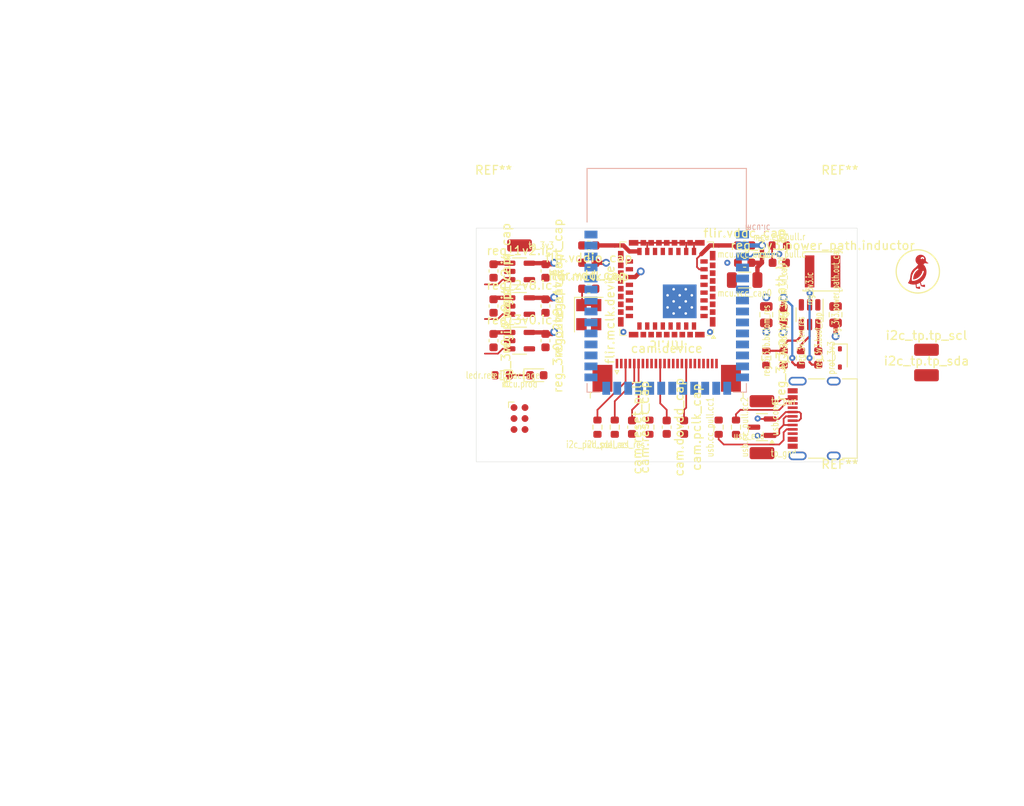
<source format=kicad_pcb>
(kicad_pcb (version 20240108) (generator "pcbnew") (generator_version "8.0")
  (layers (0 "F.Cu" signal "Front") (1 "In1.Cu" signal) (2 "In2.Cu" signal) (31 "B.Cu" signal "Back") (34 "B.Paste" user) (35 "F.Paste" user) (36 "B.SilkS" user "B.Silkscreen") (37 "F.SilkS" user "F.Silkscreen") (38 "B.Mask" user) (39 "F.Mask" user) (44 "Edge.Cuts" user))
  (net 0 "")
  (net 1 "Tgnd")
  (net 2 "Ti2c_chain_0.scl")
  (net 3 "Ti2c_chain_0.sda")
  (net 4 "Tpwr")
  (net 5 "Tv3v3")
  (net 6 "Tv3v0")
  (net 7 "Itouch_0")
  (net 8 "Tv1v2")
  (net 9 "Tflir.spi.sck")
  (net 10 "Tv2v8")
  (net 11 "Tflir.spi.mosi")
  (net 12 "Tflir.vsync")
  (net 13 "Tflir.reset")
  (net 14 "Tflir.cs")
  (net 15 "Tflir.spi.miso")
  (net 16 "Tflir.mclk.out")
  (net 17 "Tusb.conn.cc.cc1")
  (net 18 "Tusb.conn.cc.cc2")
  (net 19 "Treg_3v3.fb.output")
  (net 20 "Treg_3v3.en_res.b")
  (net 21 "Tmcu.program_en_node")
  (net 22 "Tledr.res.a")
  (net 23 "Tcam.device.reset")
  (net 24 "Tledr.signal")
  (net 25 "Tcam.dvp8.y2")
  (net 26 "Tcam.dvp8.y7")
  (net 27 "Tcam.dvp8.y3")
  (net 28 "Tcam.dvp8.xclk")
  (net 29 "Tmcu.program_boot_node")
  (net 30 "Tcam.dvp8.y5")
  (net 31 "Tcam.dvp8.pclk")
  (net 32 "Tcam.dvp8.y0")
  (net 33 "Tcam.dvp8.vsync")
  (net 34 "Tmcu.program_uart_node.a_tx")
  (net 35 "Tusb_chain_0.d_N")
  (net 36 "Tcam.dvp8.y6")
  (net 37 "Tcam.dvp8.y1")
  (net 38 "Tusb_chain_0.d_P")
  (net 39 "Tcam.dvp8.y4")
  (net 40 "Tmcu.program_uart_node.b_tx")
  (net 41 "Tcam.dvp8.href")
  (net 42 "Treg_3v3.boot_cap.neg")
  (net 43 "Treg_3v3.boot_cap.pos")
  (net 44 "Tcam.device.y.0")
  (net 45 "Tcam.device.y.1")
  (footprint "Capacitor_SMD:C_0603_1608Metric" (layer "F.Cu") (at 130 97.95 -90)
    (property "Reference" "reg_1v2.in_cap")
    (property "Value" "50V 1uF X5R ±10% 0603 Multilayer Ceramic Capacitors MLCC - SMD/SMT ROHS")
  )
  (footprint "Resistor_SMD:R_0603_1608Metric" (layer "F.Cu") (at 165.5 108 90)
    (property "Reference" "reg_3v3.en_res")
    (property "Value" "±1% 1/10W Thick Film Resistors 75V ±100ppm/? -55?~+155? 510k? 0603 Chip Resistor - Surface Mount ROHS")
  )
  (footprint "edg:JlcToolingHole_1.152mm" (layer "F.Cu") (at 129 119)
    (property "Reference" "jlc_th.th2" (hide yes))
    (property "Value" "")
  )
  (footprint "Capacitor_SMD:C_0603_1608Metric" (layer "F.Cu") (at 159 95)
    (property "Reference" "flir.vddc_cap")
    (property "Value" "50V 100nF X7R ±10% 0603 Multilayer Ceramic Capacitors MLCC - SMD/SMT ROHS")
  )
  (footprint "MountingHole:MountingHole_2.7mm_M2.5" (layer "F.Cu") (at 130 90)
    (property "Reference" "REF**")
    (property "Value" "MountingHole_2.7mm_M2.5")
  )
  (footprint "Package_TO_SOT_SMD:SOT-23" (layer "F.Cu") (at 161 116 180)
    (property "Reference" "usb_esd")
    (property "Value" "PESD5V0X1BT")
  )
  (footprint "Capacitor_SMD:C_0603_1608Metric" (layer "F.Cu") (at 141 97 180)
    (property "Reference" "flir.vdd_cap")
    (property "Value" "50V 100nF X7R ±10% 0603 Multilayer Ceramic Capacitors MLCC - SMD/SMT ROHS")
  )
  (footprint "Connector_USB:USB_C_Receptacle_XKB_U262-16XN-4BVC11" (layer "F.Cu") (at 168.215 115 90)
    (property "Reference" "usb.conn")
    (property "Value" "COM-15111")
  )
  (footprint "Resistor_SMD:R_0603_1608Metric" (layer "F.Cu") (at 156 116 -90)
    (property "Reference" "usb.cc_pull.cc1")
    (property "Value" "±1% 1/10W Thick Film Resistors 75V ±100ppm/? -55?~+155? 5.1k? 0603 Chip Resistor - Surface Mount ROHS")
  )
  (footprint "Crystal:Crystal_SMD_3225-4Pin_3.2x2.5mm" (layer "F.Cu") (at 141 103 -90)
    (property "Reference" "flir.mclk.device")
    (property "Value" "±15ppm 1.8V~3.3V 25MHz -40?~+85? SMD-3225_4P Pre-programmed Oscillators ROHS")
  )
  (footprint "Package_TO_SOT_SMD:SOT-23-5" (layer "F.Cu") (at 133 102)
    (property "Reference" "reg_2v8.ic")
    (property "Value" "TLV75728PDBVR")
  )
  (footprint "Resistor_SMD:R_0603_1608Metric" (layer "F.Cu") (at 163.5 108 90)
    (property "Reference" "reg_3v3.fb.top_res")
    (property "Value" "±1% 1/10W Thick Film Resistors 75V ±100ppm/? -55?~+155? 6.8k? 0603 Chip Resistor - Surface Mount ROHS")
  )
  (footprint "Capacitor_SMD:C_0603_1608Metric" (layer "F.Cu") (at 136 97.95 -90)
    (property "Reference" "reg_1v2.out_cap")
    (property "Value" "50V 1uF X5R ±10% 0603 Multilayer Ceramic Capacitors MLCC - SMD/SMT ROHS")
  )
  (footprint "Resistor_SMD:R_0603_1608Metric" (layer "F.Cu") (at 142 116 90)
    (property "Reference" "i2c_pull.sda_res")
    (property "Value" "±1% 1/10W Thick Film Resistors 75V ±100ppm/? -55?~+155? 4.7k? 0603 Chip Resistor - Surface Mount ROHS")
  )
  (footprint "Diode_SMD:D_SOD-323" (layer "F.Cu") (at 170 108 -90)
    (property "Reference" "prot_3v3")
    (property "Value" "5?A@1V 90? Single 3.53V~3.67V 200mW 3.6V SOD-323 Zener Diodes ROHS")
  )
  (footprint "MountingHole:MountingHole_2.7mm_M2.5" (layer "F.Cu") (at 170 124)
    (property "Reference" "REF**")
    (property "Value" "MountingHole_2.7mm_M2.5")
  )
  (footprint "edg:TestPoint_TE_RCT_0805" (layer "F.Cu") (at 161 119)
    (property "Reference" "tp_gnd")
    (property "Value" "gnd")
  )
  (footprint "Capacitor_SMD:C_0603_1608Metric" (layer "F.Cu") (at 150 116 -90)
    (property "Reference" "cam.dovdd_cap")
    (property "Value" "50V 100nF X7R ±10% 0603 Multilayer Ceramic Capacitors MLCC - SMD/SMT ROHS")
  )
  (footprint "Package_TO_SOT_SMD:SOT-23-6" (layer "F.Cu") (at 166.5 103 -90)
    (property "Reference" "reg_3v3.ic")
    (property "Value" "TPS54202H")
  )
  (footprint "edg:JlcToolingHole_1.152mm" (layer "F.Cu") (at 129 94)
    (property "Reference" "jlc_th.th1" (hide yes))
    (property "Value" "")
  )
  (footprint "Package_TO_SOT_SMD:SOT-23-5" (layer "F.Cu") (at 133 106)
    (property "Reference" "reg_3v0.ic")
    (property "Value" "TLV75729PDBVR")
  )
  (footprint "Package_TO_SOT_SMD:SOT-23-5" (layer "F.Cu") (at 133 98)
    (property "Reference" "reg_1v2.ic")
    (property "Value" "TLV75712PDBVR")
  )
  (footprint "edg:JlcToolingHole_1.152mm" (layer "F.Cu") (at 171 94)
    (property "Reference" "jlc_th.th3" (hide yes))
    (property "Value" "")
  )
  (footprint "Resistor_SMD:R_0603_1608Metric" (layer "F.Cu") (at 131 110 180)
    (property "Reference" "ledr.res")
    (property "Value" "±1% 1/10W Thick Film Resistors 75V ±100ppm/? -55?~+155? 1k? 0603 Chip Resistor - Surface Mount ROHS")
  )
  (footprint "Resistor_SMD:R_0603_1608Metric" (layer "F.Cu") (at 148 116 90)
    (property "Reference" "cam.reset_pull")
    (property "Value" "±1% 1/10W Thick Film Resistors 75V ±100ppm/? -55?~+155? 10k? 0603 Chip Resistor - Surface Mount ROHS")
  )
  (footprint "edg:TestPoint_TE_RCT_0805" (layer "F.Cu") (at 161 113 180)
    (property "Reference" "tp_pwr")
    (property "Value" "pwr")
  )
  (footprint "LED_SMD:LED_0603_1608Metric" (layer "F.Cu") (at 135 110)
    (property "Reference" "ledr.package")
    (property "Value" "Red 615~630nm 1.9~2.2V 0603 Light Emitting Diodes (LED) RoHS")
  )
  (footprint "Capacitor_SMD:C_0603_1608Metric" (layer "F.Cu") (at 136 106 -90)
    (property "Reference" "reg_3v0.out_cap")
    (property "Value" "50V 1uF X5R ±10% 0603 Multilayer Ceramic Capacitors MLCC - SMD/SMT ROHS")
  )
  (footprint "edg:TestPoint_TE_RCT_0805" (layer "F.Cu") (at 180 110)
    (property "Reference" "i2c_tp.tp_sda")
    (property "Value" "i2c_chain_0.sda")
  )
  (footprint "edg:Symbol_DucklingSolid" (layer "F.Cu") (at 179 98)
    (property "Reference" "svg2mod" (hide yes))
    (property "Value" "G***" (hide yes))
  )
  (footprint "Resistor_SMD:R_0603_1608Metric" (layer "F.Cu") (at 161.5 108 -90)
    (property "Reference" "reg_3v3.fb.bottom_res")
    (property "Value" "±1% 1/10W Thick Film Resistors 75V ±100ppm/? -55?~+155? 1.5k? 0603 Chip Resistor - Surface Mount ROHS")
  )
  (footprint "Capacitor_SMD:C_0603_1608Metric" (layer "F.Cu") (at 163 97)
    (property "Reference" "mcu.en_pull.c")
    (property "Value" "50V 1uF X5R ±10% 0603 Multilayer Ceramic Capacitors MLCC - SMD/SMT ROHS")
  )
  (footprint "Capacitor_SMD:C_0603_1608Metric" (layer "F.Cu") (at 146 116 -90)
    (property "Reference" "cam.reset_cap")
    (property "Value" "50V 100nF X7R ±10% 0603 Multilayer Ceramic Capacitors MLCC - SMD/SMT ROHS")
  )
  (footprint "Connector_FFC-FPC:TE_2-1734839-4_1x24-1MP_P0.5mm_Horizontal" (layer "F.Cu") (at 150 110)
    (property "Reference" "cam.device")
    (property "Value" "AFC07-S24ECA-00")
  )
  (footprint "Capacitor_SMD:C_0805_2012Metric" (layer "F.Cu") (at 161.5 103 -90)
    (property "Reference" "reg_3v3.power_path.in_cap")
    (property "Value" "X5R 25V ±10% 10uF 0805 Multilayer Ceramic Capacitors MLCC - SMD/SMT ROHS")
  )
  (footprint "Capacitor_SMD:C_1206_3216Metric" (layer "F.Cu") (at 159 99 180)
    (property "Reference" "mcu.vcc_cap0")
    (property "Value" "10V 22uF X5R ±10% 1206 Multilayer Ceramic Capacitors MLCC - SMD/SMT ROHS")
  )
  (footprint "Capacitor_SMD:C_0805_2012Metric" (layer "F.Cu") (at 169.5 103 -90)
    (property "Reference" "reg_3v3.power_path.out_cap")
    (property "Value" "X5R 25V ±10% 10uF 0805 Multilayer Ceramic Capacitors MLCC - SMD/SMT ROHS")
  )
  (footprint "Capacitor_SMD:C_0603_1608Metric" (layer "F.Cu") (at 130 102 -90)
    (property "Reference" "reg_2v8.in_cap")
    (property "Value" "50V 1uF X5R ±10% 0603 Multilayer Ceramic Capacitors MLCC - SMD/SMT ROHS")
  )
  (footprint "Capacitor_SMD:C_0603_1608Metric" (layer "F.Cu") (at 130 106 -90)
    (property "Reference" "reg_3v0.in_cap")
    (property "Value" "50V 1uF X5R ±10% 0603 Multilayer Ceramic Capacitors MLCC - SMD/SMT ROHS")
  )
  (footprint "Capacitor_SMD:C_0603_1608Metric" (layer "F.Cu") (at 141 95 180)
    (property "Reference" "flir.vddio_cap")
    (property "Value" "50V 100nF X7R ±10% 0603 Multilayer Ceramic Capacitors MLCC - SMD/SMT ROHS")
  )
  (footprint "Connector:Tag-Connect_TC2030-IDC-FP_2x03_P1.27mm_Vertical" (layer "F.Cu") (at 133 115 -90)
    (property "Reference" "mcu.prog")
    (property "Value" "")
  )
  (footprint "MountingHole:MountingHole_2.7mm_M2.5" (layer "F.Cu") (at 170 90)
    (property "Reference" "REF**")
    (property "Value" "MountingHole_2.7mm_M2.5")
  )
  (footprint "Inductor_SMD:L_Sunlord_SWPA4030S" (layer "F.Cu") (at 168 98)
    (property "Reference" "reg_3v3.power_path.inductor")
    (property "Value" "1.5A 10uH ±20% 130m? SMD Power Inductors ROHS")
  )
  (footprint "Resistor_SMD:R_0603_1608Metric" (layer "F.Cu") (at 163 95 180)
    (property "Reference" "mcu.en_pull.r")
    (property "Value" "±1% 1/10W Thick Film Resistors 75V ±100ppm/? -55?~+155? 10k? 0603 Chip Resistor - Surface Mount ROHS")
  )
  (footprint "Capacitor_SMD:C_0603_1608Metric" (layer "F.Cu") (at 141 100)
    (property "Reference" "flir.mclk.cap")
    (property "Value" "50V 100nF X7R ±10% 0603 Multilayer Ceramic Capacitors MLCC - SMD/SMT ROHS")
  )
  (footprint "edg:TestPoint_TE_RCT_0805" (layer "F.Cu") (at 133 95 180)
    (property "Reference" "tp_3v3")
    (property "Value" "v3v3")
  )
  (footprint "Capacitor_SMD:C_0603_1608Metric" (layer "F.Cu") (at 152 116 -90)
    (property "Reference" "cam.pclk_cap")
    (property "Value" "50V 15pF C0G ±5% 0603 Multilayer Ceramic Capacitors MLCC - SMD/SMT ROHS")
  )
  (footprint "Capacitor_SMD:C_0603_1608Metric" (layer "F.Cu") (at 163.5 103 -90)
    (property "Reference" "reg_3v3.hf_in_cap")
    (property "Value" "50V 100nF X7R ±10% 0603 Multilayer Ceramic Capacitors MLCC - SMD/SMT ROHS")
  )
  (footprint "Capacitor_SMD:C_0603_1608Metric" (layer "F.Cu") (at 159 97 180)
    (property "Reference" "mcu.vcc_cap1")
    (property "Value" "50V 100nF X7R ±10% 0603 Multilayer Ceramic Capacitors MLCC - SMD/SMT ROHS")
  )
  (footprint "Resistor_SMD:R_0603_1608Metric" (layer "F.Cu") (at 144 116 90)
    (property "Reference" "i2c_pull.scl_res")
    (property "Value" "±1% 1/10W Thick Film Resistors 75V ±100ppm/? -55?~+155? 4.7k? 0603 Chip Resistor - Surface Mount ROHS")
  )
  (footprint "Capacitor_SMD:C_0603_1608Metric" (layer "F.Cu") (at 136 102 -90)
    (property "Reference" "reg_2v8.out_cap")
    (property "Value" "50V 1uF X5R ±10% 0603 Multilayer Ceramic Capacitors MLCC - SMD/SMT ROHS")
  )
  (footprint "Capacitor_SMD:C_0603_1608Metric" (layer "F.Cu") (at 167.5 108 -90)
    (property "Reference" "reg_3v3.boot_cap")
    (property "Value" "50V 100nF X7R ±10% 0603 Multilayer Ceramic Capacitors MLCC - SMD/SMT ROHS")
  )
  (footprint "edg:Molex_1050281001" (layer "F.Cu") (at 150 100 180)
    (property "Reference" "flir.ic")
    (property "Value" "1050281001")
  )
  (footprint "Resistor_SMD:R_0603_1608Metric" (layer "F.Cu") (at 158 116 90)
    (property "Reference" "usb.cc_pull.cc2")
    (property "Value" "±1% 1/10W Thick Film Resistors 75V ±100ppm/? -55?~+155? 5.1k? 0603 Chip Resistor - Surface Mount ROHS")
  )
  (footprint "edg:TestPoint_TE_RCT_0805" (layer "F.Cu") (at 180 107.05)
    (property "Reference" "i2c_tp.tp_scl")
    (property "Value" "i2c_chain_0.scl")
  )
  (footprint "RF_Module:ESP32-S3-WROOM-1" (layer "B.Cu") (at 150 99 180)
    (property "Reference" "mcu.ic")
    (property "Value" "ESP32-S3-WROOM-1-N16R8")
  )
  (gr_rect (start 128 93) (end 172 120) (stroke (width 0.0381)) (fill none) (layer "Edge.Cuts"))
  (segment (start 147.75 95.69) (end 147.75 94.695) (width 0.2) (layer "F.Cu") (net 1))
  (segment (start 152.25 94.695) (end 153.25 94.695) (width 0.2) (layer "F.Cu") (net 1))
  (segment (start 152.25 95.69) (end 152.25 94.695) (width 0.2) (layer "F.Cu") (net 1))
  (segment (start 163.5 103.775) (end 163.5 105) (width 0.5) (layer "F.Cu") (net 1))
  (segment (start 146.175 94.695) (end 147.75 94.695) (width 0.2) (layer "F.Cu") (net 1))
  (segment (start 153.15 94.795) (end 153.25 94.695) (width 0.2) (layer "F.Cu") (net 1))
  (segment (start 161.5 105) (end 161.5 104.475) (width 0.5) (layer "F.Cu") (net 1))
  (segment (start 153.15 95.69) (end 153.15 94.795) (width 0.2) (layer "F.Cu") (net 1))
  (segment (start 153.25 94.695) (end 153.825 94.695) (width 0.2) (layer "F.Cu") (net 1))
  (segment (start 169.5 103.95) (end 169.5 105.5) (width 0.5) (layer "F.Cu") (net 1))
  (segment (start 147.75 94.695) (end 152.25 94.695) (width 0.2) (layer "F.Cu") (net 1))
  (via (at 145 105) (size 0.7) (drill 0.3) (layers "F.Cu" "B.Cu") (net 1))
  (via (at 157 97) (size 0.7) (drill 0.3) (layers "F.Cu" "B.Cu") (net 1))
  (via (at 155 105) (size 0.7) (drill 0.3) (layers "F.Cu" "B.Cu") (net 1))
  (via (at 169.5 105.5) (size 0.9) (drill 0.5) (layers "F.Cu" "B.Cu") (net 1))
  (via (at 161.5 105) (size 0.9) (drill 0.5) (layers "F.Cu" "B.Cu") (net 1))
  (via (at 163.5 105) (size 0.9) (drill 0.5) (layers "F.Cu" "B.Cu") (net 1))
  (segment (start 144 113) (end 146.25 110.75) (width 0.2) (layer "F.Cu") (net 2))
  (segment (start 144 115.175) (end 144 113) (width 0.2) (layer "F.Cu") (net 2))
  (segment (start 146.25 110.75) (end 146.25 108.65) (width 0.2) (layer "F.Cu") (net 2))
  (segment (start 145.25 110.75) (end 142 114) (width 0.2) (layer "F.Cu") (net 3))
  (segment (start 145.25 108.65) (end 145.25 110.75) (width 0.2) (layer "F.Cu") (net 3))
  (segment (start 142 114) (end 142 115.175) (width 0.2) (layer "F.Cu") (net 3))
  (segment (start 163.25 112.75) (end 163 113) (width 0.2) (layer "F.Cu") (net 4))
  (segment (start 163 113) (end 161 113) (width 0.2) (layer "F.Cu") (net 4))
  (segment (start 164.5 108.5) (end 164.5 108) (width 0.25) (layer "F.Cu") (net 4))
  (segment (start 164.825 108.825) (end 164.5 108.5) (width 0.25) (layer "F.Cu") (net 4))
  (segment (start 164.545 112.75) (end 163.25 112.75) (width 0.2) (layer "F.Cu") (net 4))
  (segment (start 163.5 101) (end 163.5 102.225) (width 0.5) (layer "F.Cu") (net 4))
  (segment (start 165.5 108.825) (end 164.825 108.825) (width 0.25) (layer "F.Cu") (net 4))
  (via (at 164.5 108) (size 0.7) (drill 0.3) (layers "F.Cu" "B.Cu") (net 4))
  (via (at 161.5 101) (size 0.9) (drill 0.5) (layers "F.Cu" "B.Cu") (net 4))
  (via (at 163.5 101) (size 0.9) (drill 0.5) (layers "F.Cu" "B.Cu") (net 4))
  (segment (start 164.5 108) (end 164.5 102) (width 0.25) (layer "B.Cu") (net 4))
  (segment (start 164.5 102) (end 163.5 101) (width 0.25) (layer "B.Cu") (net 4))
  (segment (start 161 95) (end 161 97) (width 0.5) (layer "F.Cu") (net 5))
  (segment (start 130.5 103.5) (end 129 103.5) (width 0.2) (layer "F.Cu") (net 5))
  (segment (start 130.5 107.5) (end 129 107.5) (width 0.2) (layer "F.Cu") (net 5))
  (segment (start 160.475 99) (end 160.475 97.525) (width 0.5) (layer "F.Cu") (net 5))
  (segment (start 160.475 97.525) (end 161 97) (width 0.5) (layer "F.Cu") (net 5))
  (segment (start 131.8625 101.05) (end 130.175 101.05) (width 0.5) (layer "F.Cu") (net 5))
  (segment (start 130.175 105.05) (end 130 105.225) (width 0.5) (layer "F.Cu") (net 5))
  (segment (start 131.05 102.95) (end 130.5 103.5) (width 0.2) (layer "F.Cu") (net 5))
  (segment (start 131.8625 106.95) (end 131.05 106.95) (width 0.2) (layer "F.Cu") (net 5))
  (segment (start 131.8625 105.05) (end 130.175 105.05) (width 0.5) (layer "F.Cu") (net 5))
  (segment (start 131.05 106.95) (end 130.5 107.5) (width 0.2) (layer "F.Cu") (net 5))
  (segment (start 131.8625 102.95) (end 131.05 102.95) (width 0.2) (layer "F.Cu") (net 5))
  (segment (start 131.8625 98.95) (end 131.05 98.95) (width 0.2) (layer "F.Cu") (net 5))
  (segment (start 161 97) (end 159.775 97) (width 0.5) (layer "F.Cu") (net 5))
  (segment (start 130.125 97.05) (end 130 97.175) (width 0.5) (layer "F.Cu") (net 5))
  (segment (start 130.175 101.05) (end 130 101.225) (width 0.5) (layer "F.Cu") (net 5))
  (segment (start 131.05 98.95) (end 130.5 99.5) (width 0.2) (layer "F.Cu") (net 5))
  (segment (start 130.5 99.5) (end 129 99.5) (width 0.2) (layer "F.Cu") (net 5))
  (segment (start 131.8625 97.05) (end 130.125 97.05) (width 0.5) (layer "F.Cu") (net 5))
  (via (at 161 95) (size 0.9) (drill 0.5) (layers "F.Cu" "B.Cu") (net 5))
  (segment (start 161 95) (end 159.49 95) (width 0.5) (layer "B.Cu") (net 5))
  (segment (start 159.48 95.01) (end 158.75 95.01) (width 0.5) (layer "B.Cu") (net 5))
  (segment (start 159.49 95) (end 159.48 95.01) (width 0.5) (layer "B.Cu") (net 5))
  (segment (start 149.25 108.65) (end 149.25 113.25) (width 0.2) (layer "F.Cu") (net 6))
  (segment (start 140.225 101.825) (end 140.15 101.9) (width 0.2) (layer "F.Cu") (net 6))
  (segment (start 145 95) (end 145.69 95.69) (width 0.5) (layer "F.Cu") (net 6))
  (segment (start 145.69 95.69) (end 146.85 95.69) (width 0.5) (layer "F.Cu") (net 6))
  (segment (start 144 95) (end 145 95) (width 0.5) (layer "F.Cu") (net 6))
  (segment (start 149.25 113.25) (end 150 114) (width 0.2) (layer "F.Cu") (net 6))
  (segment (start 136.775 105.225) (end 137 105) (width 0.5) (layer "F.Cu") (net 6))
  (segment (start 134.1375 105.05) (end 135.825 105.05) (width 0.5) (layer "F.Cu") (net 6))
  (segment (start 141.775 95) (end 144 95) (width 0.5) (layer "F.Cu") (net 6))
  (segment (start 136 105.225) (end 136.775 105.225) (width 0.5) (layer "F.Cu") (net 6))
  (segment (start 150 114) (end 150 115.225) (width 0.2) (layer "F.Cu") (net 6))
  (segment (start 141.85 101.9) (end 140.15 101.9) (width 0.2) (layer "F.Cu") (net 6))
  (segment (start 135.825 105.05) (end 136 105.225) (width 0.5) (layer "F.Cu") (net 6))
  (segment (start 140.225 100) (end 140.225 101.825) (width 0.2) (layer "F.Cu") (net 6))
  (via (at 137 105) (size 0.9) (drill 0.5) (layers "F.Cu" "B.Cu") (net 6))
  (segment (start 154 96) (end 153.5 96.5) (width 0.2) (layer "F.Cu") (net 8))
  (segment (start 156 95) (end 155 95) (width 0.5) (layer "F.Cu") (net 8))
  (segment (start 153.75 97.75) (end 154.31 97.75) (width 0.2) (layer "F.Cu") (net 8))
  (segment (start 153.5 97.5) (end 153.75 97.75) (width 0.2) (layer "F.Cu") (net 8))
  (segment (start 136 97.175) (end 136.825 97.175) (width 0.5) (layer "F.Cu") (net 8))
  (segment (start 136.825 97.175) (end 137 97) (width 0.5) (layer "F.Cu") (net 8))
  (segment (start 135.875 97.05) (end 136 97.175) (width 0.5) (layer "F.Cu") (net 8))
  (segment (start 155 95) (end 154 96) (width 0.5) (layer "F.Cu") (net 8))
  (segment (start 158.225 95) (end 156 95) (width 0.5) (layer "F.Cu") (net 8))
  (segment (start 153.5 97.5) (end 153.5 96.5) (width 0.2) (layer "F.Cu") (net 8))
  (segment (start 134.1375 97.05) (end 135.875 97.05) (width 0.5) (layer "F.Cu") (net 8))
  (via (at 137 97) (size 0.9) (drill 0.5) (layers "F.Cu" "B.Cu") (net 8))
  (segment (start 134.1375 101.05) (end 135.825 101.05) (width 0.5) (layer "F.Cu") (net 10))
  (segment (start 145.69 98.65) (end 146.35 98.65) (width 0.5) (layer "F.Cu") (net 10))
  (segment (start 146.35 98.65) (end 147 98) (width 0.5) (layer "F.Cu") (net 10))
  (segment (start 135.825 101.05) (end 136 101.225) (width 0.5) (layer "F.Cu") (net 10))
  (segment (start 141.775 97) (end 143 97) (width 0.5) (layer "F.Cu") (net 10))
  (segment (start 136 101.225) (end 136.775 101.225) (width 0.5) (layer "F.Cu") (net 10))
  (segment (start 136.775 101.225) (end 137 101) (width 0.5) (layer "F.Cu") (net 10))
  (via (at 147 98) (size 0.9) (drill 0.5) (layers "F.Cu" "B.Cu") (net 10))
  (via (at 143 97) (size 0.9) (drill 0.5) (layers "F.Cu" "B.Cu") (net 10))
  (via (at 137 101) (size 0.9) (drill 0.5) (layers "F.Cu" "B.Cu") (net 10))
  (segment (start 156.5875 118) (end 163 118) (width 0.2) (layer "F.Cu") (net 17))
  (segment (start 156 116.825) (end 156 117.4125) (width 0.2) (layer "F.Cu") (net 17))
  (segment (start 163.5 116.6) (end 163.85 116.25) (width 0.2) (layer "F.Cu") (net 17))
  (segment (start 156 117.4125) (end 156.5875 118) (width 0.2) (layer "F.Cu") (net 17))
  (segment (start 163.5 117.5) (end 163.5 116.6) (width 0.2) (layer "F.Cu") (net 17))
  (segment (start 163.85 116.25) (end 164.545 116.25) (width 0.2) (layer "F.Cu") (net 17))
  (segment (start 163 118) (end 163.5 117.5) (width 0.2) (layer "F.Cu") (net 17))
  (segment (start 158 115.175) (end 158 114.5) (width 0.2) (layer "F.Cu") (net 18))
  (segment (start 163 114) (end 163.75 113.25) (width 0.2) (layer "F.Cu") (net 18))
  (segment (start 163.75 113.25) (end 164.545 113.25) (width 0.2) (layer "F.Cu") (net 18))
  (segment (start 158.5 114) (end 163 114) (width 0.2) (layer "F.Cu") (net 18))
  (segment (start 158 114.5) (end 158.5 114) (width 0.2) (layer "F.Cu") (net 18))
  (segment (start 165 106) (end 165.55 105.45) (width 0.25) (layer "F.Cu") (net 19))
  (segment (start 164 106) (end 165 106) (width 0.25) (layer "F.Cu") (net 19))
  (segment (start 165.55 105.45) (end 165.55 104.1375) (width 0.25) (layer "F.Cu") (net 19))
  (segment (start 161.5 107.175) (end 163.5 107.175) (width 0.25) (layer "F.Cu") (net 19))
  (segment (start 163.5 106.5) (end 164 106) (width 0.25) (layer "F.Cu") (net 19))
  (segment (start 163.5 107.175) (end 163.5 106.5) (width 0.25) (layer "F.Cu") (net 19))
  (segment (start 165.5 106.5) (end 166.5 105.5) (width 0.25) (layer "F.Cu") (net 20))
  (segment (start 166.5 105.5) (end 166.5 104.1375) (width 0.25) (layer "F.Cu") (net 20))
  (segment (start 165.5 107.175) (end 165.5 106.5) (width 0.25) (layer "F.Cu") (net 20))
  (segment (start 162.175 96) (end 163 96) (width 0.2) (layer "F.Cu") (net 21))
  (segment (start 162.175 96) (end 162.175 96.95) (width 0.2) (layer "F.Cu") (net 21))
  (segment (start 162.175 95) (end 162.175 96) (width 0.2) (layer "F.Cu") (net 21))
  (segment (start 162.175 96.95) (end 162.225 97) (width 0.2) (layer "F.Cu") (net 21))
  (via (at 163 96) (size 0.7) (drill 0.3) (layers "F.Cu" "B.Cu") (net 21))
  (segment (start 160 96) (end 163 96) (width 0.2) (layer "B.Cu") (net 21))
  (segment (start 159.72 96.28) (end 160 96) (width 0.2) (layer "B.Cu") (net 21))
  (segment (start 158.75 96.28) (end 159.72 96.28) (width 0.2) (layer "B.Cu") (net 21))
  (segment (start 134.2125 110) (end 131.825 110) (width 0.2) (layer "F.Cu") (net 22))
  (segment (start 146.75 108.65) (end 146.75 113.25) (width 0.2) (layer "F.Cu") (net 23))
  (segment (start 146.75 113.25) (end 146 114) (width 0.2) (layer "F.Cu") (net 23))
  (segment (start 146 114) (end 146 115.225) (width 0.2) (layer "F.Cu") (net 23))
  (segment (start 152 114) (end 152.25 113.75) (width 0.2) (layer "F.Cu") (net 31))
  (segment (start 152 115.225) (end 152 114) (width 0.2) (layer "F.Cu") (net 31))
  (segment (start 152.25 113.75) (end 152.25 108.65) (width 0.2) (layer "F.Cu") (net 31))
  (segment (start 163.77 114.75) (end 163.5 115.02) (width 0.2) (layer "F.Cu") (net 35))
  (segment (start 163 116.75) (end 163 116.25) (width 0.2) (layer "F.Cu") (net 35))
  (segment (start 162.8 116.95) (end 163 116.75) (width 0.2) (layer "F.Cu") (net 35))
  (segment (start 163 116.25) (end 163.5 115.75) (width 0.2) (layer "F.Cu") (net 35))
  (segment (start 163.5 115.02) (end 163.5 115.75) (width 0.2) (layer "F.Cu") (net 35))
  (segment (start 160.55 116.95) (end 161.9375 116.95) (width 0.2) (layer "F.Cu") (net 35))
  (segment (start 164.545 115.75) (end 163.5 115.75) (width 0.2) (layer "F.Cu") (net 35))
  (segment (start 161.9375 116.95) (end 162.8 116.95) (width 0.2) (layer "F.Cu") (net 35))
  (segment (start 164.545 114.75) (end 163.77 114.75) (width 0.2) (layer "F.Cu") (net 35))
  (segment (start 160.5 117) (end 160.55 116.95) (width 0.2) (layer "F.Cu") (net 35))
  (via (at 160.5 117) (size 0.7) (drill 0.3) (layers "F.Cu" "B.Cu") (net 35))
  (segment (start 160.5 115) (end 160.55 115.05) (width 0.2) (layer "F.Cu") (net 38))
  (segment (start 165.5 114.43) (end 165.32 114.25) (width 0.2) (layer "F.Cu") (net 38))
  (segment (start 164.545 115.25) (end 165.25 115.25) (width 0.2) (layer "F.Cu") (net 38))
  (segment (start 160.55 115.05) (end 161.9375 115.05) (width 0.2) (layer "F.Cu") (net 38))
  (segment (start 164.545 114.25) (end 163.75 114.25) (width 0.2) (layer "F.Cu") (net 38))
  (segment (start 165.5 115) (end 165.5 114.43) (width 0.2) (layer "F.Cu") (net 38))
  (segment (start 162.95 115.05) (end 161.9375 115.05) (width 0.2) (layer "F.Cu") (net 38))
  (segment (start 165.32 114.25) (end 164.545 114.25) (width 0.2) (layer "F.Cu") (net 38))
  (segment (start 163.75 114.25) (end 162.95 115.05) (width 0.2) (layer "F.Cu") (net 38))
  (segment (start 165.25 115.25) (end 165.5 115) (width 0.2) (layer "F.Cu") (net 38))
  (via (at 160.5 115) (size 0.7) (drill 0.3) (layers "F.Cu" "B.Cu") (net 38))
  (segment (start 166.5 108.5) (end 166.5 108) (width 0.25) (layer "F.Cu") (net 42))
  (segment (start 166.775 108.775) (end 167.5 108.775) (width 0.25) (layer "F.Cu") (net 42))
  (segment (start 166.5 108.5) (end 166.775 108.775) (width 0.25) (layer "F.Cu") (net 42))
  (via (at 166.5 108) (size 0.7) (drill 0.3) (layers "F.Cu" "B.Cu") (net 42))
  (via (at 166.5 100.5) (size 0.7) (drill 0.3) (layers "F.Cu" "B.Cu") (net 42))
  (segment (start 166.5 108) (end 166.5 100.5) (width 0.25) (layer "B.Cu") (net 42))
  (segment (start 167.5 107.225) (end 167.5 104.1875) (width 0.25) (layer "F.Cu") (net 43))
)
</source>
